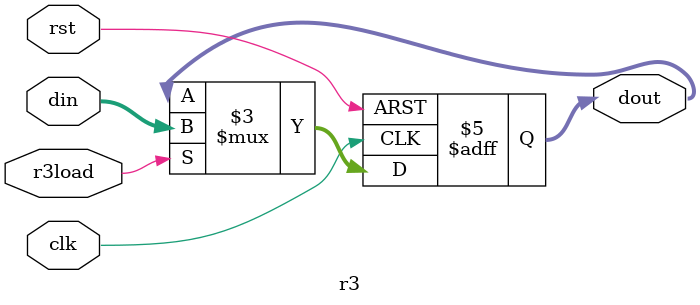
<source format=v>
/*r3通用寄存器*/
module r3(din, clk, rst,r3load, dout);
input clk,rst,r3load;
input [7:0] din;
output [7:0]dout;
reg [7:0]dout;
//使用always块来描述模块的行为
always@(posedge clk or negedge rst)
begin
//复位信号为0
	if(rst==0)//将dout的值设置为0，表示将寄存器清零。
		dout<=0;
	else if(r3load)//load为高电平
		dout<=din;
end
endmodule
</source>
